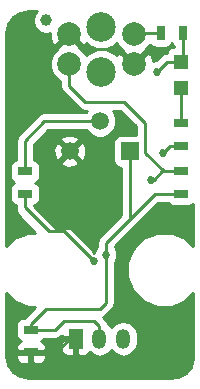
<source format=gtl>
%TF.GenerationSoftware,KiCad,Pcbnew,4.0.7-e2-6376~58~ubuntu16.04.1*%
%TF.CreationDate,2018-01-20T15:43:28+01:00*%
%TF.ProjectId,Modulo IR,4D6F64756C6F2049522E6B696361645F,1.0*%
%TF.FileFunction,Copper,L1,Top,Signal*%
%FSLAX46Y46*%
G04 Gerber Fmt 4.6, Leading zero omitted, Abs format (unit mm)*
G04 Created by KiCad (PCBNEW 4.0.7-e2-6376~58~ubuntu16.04.1) date Sat Jan 20 15:43:28 2018*
%MOMM*%
%LPD*%
G01*
G04 APERTURE LIST*
%ADD10C,0.100000*%
%ADD11C,1.510000*%
%ADD12R,1.510000X1.510000*%
%ADD13R,1.300000X0.700000*%
%ADD14R,1.200000X1.700000*%
%ADD15O,1.200000X1.700000*%
%ADD16C,2.000000*%
%ADD17C,2.500000*%
%ADD18C,1.000000*%
%ADD19R,0.700000X1.300000*%
%ADD20R,1.200000X1.200000*%
%ADD21C,0.685800*%
%ADD22C,0.254000*%
G04 APERTURE END LIST*
D10*
D11*
X7112000Y-13589000D03*
D12*
X12192000Y-13589000D03*
D11*
X9652000Y-11049000D03*
D13*
X16510000Y-17206000D03*
X16510000Y-15306000D03*
D14*
X7620000Y-29464000D03*
D15*
X9620000Y-29464000D03*
X11620000Y-29464000D03*
D13*
X16510000Y-11242000D03*
X16510000Y-13142000D03*
X3302000Y-15306000D03*
X3302000Y-17206000D03*
X3810000Y-28704500D03*
X3810000Y-30604500D03*
D16*
X7029000Y-6223000D03*
X12529000Y-6223000D03*
X7029000Y-3683000D03*
X12529000Y-3683000D03*
D17*
X9779000Y-3053000D03*
X9779000Y-6853000D03*
D18*
X5129000Y-2503000D03*
D19*
X16698000Y-3556000D03*
X14798000Y-3556000D03*
D20*
X16510000Y-6012000D03*
X16510000Y-8212000D03*
D21*
X14478000Y-6858000D03*
X10160000Y-22352000D03*
X9144000Y-22860000D03*
X13970000Y-16002000D03*
X14986000Y-13716000D03*
D22*
X16510000Y-6012000D02*
X15324000Y-6012000D01*
X15324000Y-6012000D02*
X14478000Y-6858000D01*
X16510000Y-17206000D02*
X14290000Y-17206000D01*
X14290000Y-17206000D02*
X11938000Y-19558000D01*
X12192000Y-13589000D02*
X12319000Y-13589000D01*
X16698000Y-3556000D02*
X16698000Y-5824000D01*
X16698000Y-5824000D02*
X16510000Y-6012000D01*
X10160000Y-22352000D02*
X10160000Y-21336000D01*
X12192000Y-19304000D02*
X12192000Y-13589000D01*
X11938000Y-19558000D02*
X12192000Y-19304000D01*
X10160000Y-21336000D02*
X11938000Y-19558000D01*
X3810000Y-28704500D02*
X3810000Y-28194000D01*
X10160000Y-26416000D02*
X10160000Y-22352000D01*
X9652000Y-26924000D02*
X10160000Y-26416000D01*
X5080000Y-26924000D02*
X9652000Y-26924000D01*
X3810000Y-28194000D02*
X5080000Y-26924000D01*
X3810000Y-28704500D02*
X5839500Y-28704500D01*
X9620000Y-28416000D02*
X9620000Y-29464000D01*
X9144000Y-27940000D02*
X9620000Y-28416000D01*
X6604000Y-27940000D02*
X9144000Y-27940000D01*
X5839500Y-28704500D02*
X6604000Y-27940000D01*
X3810000Y-30604500D02*
X5971500Y-30604500D01*
X5971500Y-30604500D02*
X7112000Y-29464000D01*
X7112000Y-29464000D02*
X7620000Y-29464000D01*
X3302000Y-17206000D02*
X3302000Y-18288000D01*
X6604000Y-20320000D02*
X9144000Y-22860000D01*
X5334000Y-20320000D02*
X6604000Y-20320000D01*
X3302000Y-18288000D02*
X5334000Y-20320000D01*
X16510000Y-15306000D02*
X14920000Y-15306000D01*
X14224000Y-16002000D02*
X13970000Y-16002000D01*
X14920000Y-15306000D02*
X14224000Y-16002000D01*
X16510000Y-15306000D02*
X15052000Y-15306000D01*
X7029000Y-8045000D02*
X7029000Y-6223000D01*
X8382000Y-9398000D02*
X7029000Y-8045000D01*
X11684000Y-9398000D02*
X8382000Y-9398000D01*
X13462000Y-11176000D02*
X11684000Y-9398000D01*
X13462000Y-13716000D02*
X13462000Y-11176000D01*
X15052000Y-15306000D02*
X13462000Y-13716000D01*
X15560000Y-13142000D02*
X16510000Y-13142000D01*
X14986000Y-13716000D02*
X15560000Y-13142000D01*
X16510000Y-8212000D02*
X16510000Y-11242000D01*
X3302000Y-15306000D02*
X3302000Y-12700000D01*
X4953000Y-11049000D02*
X9652000Y-11049000D01*
X3302000Y-12700000D02*
X4953000Y-11049000D01*
X9591000Y-10988000D02*
X9652000Y-11049000D01*
X14798000Y-3556000D02*
X12656000Y-3556000D01*
X12656000Y-3556000D02*
X12529000Y-3683000D01*
G36*
X15395910Y-18007441D02*
X15608110Y-18152431D01*
X15860000Y-18203440D01*
X17160000Y-18203440D01*
X17395317Y-18159162D01*
X17578000Y-18041609D01*
X17578000Y-21653873D01*
X16891153Y-20965826D01*
X15739326Y-20487546D01*
X14492146Y-20486457D01*
X13339485Y-20962727D01*
X12456826Y-21843847D01*
X11978546Y-22995674D01*
X11977457Y-24242854D01*
X12453727Y-25395515D01*
X13334847Y-26278174D01*
X14486674Y-26756454D01*
X15733854Y-26757543D01*
X16886515Y-26281273D01*
X17578000Y-25590994D01*
X17578000Y-31136138D01*
X17359531Y-31852478D01*
X16906038Y-32403382D01*
X16276246Y-32738805D01*
X15459656Y-32818000D01*
X3625931Y-32818000D01*
X2861011Y-32665848D01*
X2271830Y-32272170D01*
X1878152Y-31682989D01*
X1726000Y-30918069D01*
X1726000Y-30890250D01*
X2525000Y-30890250D01*
X2525000Y-31080809D01*
X2621673Y-31314198D01*
X2800301Y-31492827D01*
X3033690Y-31589500D01*
X3524250Y-31589500D01*
X3683000Y-31430750D01*
X3683000Y-30731500D01*
X3937000Y-30731500D01*
X3937000Y-31430750D01*
X4095750Y-31589500D01*
X4586310Y-31589500D01*
X4819699Y-31492827D01*
X4998327Y-31314198D01*
X5095000Y-31080809D01*
X5095000Y-30890250D01*
X4936250Y-30731500D01*
X3937000Y-30731500D01*
X3683000Y-30731500D01*
X2683750Y-30731500D01*
X2525000Y-30890250D01*
X1726000Y-30890250D01*
X1726000Y-25590127D01*
X2412847Y-26278174D01*
X3564674Y-26756454D01*
X4169387Y-26756982D01*
X3271185Y-27655185D01*
X3236523Y-27707060D01*
X3160000Y-27707060D01*
X2924683Y-27751338D01*
X2708559Y-27890410D01*
X2563569Y-28102610D01*
X2512560Y-28354500D01*
X2512560Y-29054500D01*
X2556838Y-29289817D01*
X2695910Y-29505941D01*
X2908110Y-29650931D01*
X2941490Y-29657691D01*
X2800301Y-29716173D01*
X2621673Y-29894802D01*
X2525000Y-30128191D01*
X2525000Y-30318750D01*
X2683750Y-30477500D01*
X3683000Y-30477500D01*
X3683000Y-30457500D01*
X3937000Y-30457500D01*
X3937000Y-30477500D01*
X4936250Y-30477500D01*
X5095000Y-30318750D01*
X5095000Y-30128191D01*
X4998327Y-29894802D01*
X4853276Y-29749750D01*
X6385000Y-29749750D01*
X6385000Y-30440310D01*
X6481673Y-30673699D01*
X6660302Y-30852327D01*
X6893691Y-30949000D01*
X7334250Y-30949000D01*
X7493000Y-30790250D01*
X7493000Y-29591000D01*
X6543750Y-29591000D01*
X6385000Y-29749750D01*
X4853276Y-29749750D01*
X4819699Y-29716173D01*
X4683713Y-29659846D01*
X4695317Y-29657662D01*
X4911441Y-29518590D01*
X4947033Y-29466500D01*
X5839500Y-29466500D01*
X6131105Y-29408496D01*
X6378315Y-29243315D01*
X6414190Y-29207440D01*
X6543750Y-29337000D01*
X7493000Y-29337000D01*
X7493000Y-29317000D01*
X7747000Y-29317000D01*
X7747000Y-29337000D01*
X7767000Y-29337000D01*
X7767000Y-29591000D01*
X7747000Y-29591000D01*
X7747000Y-30790250D01*
X7905750Y-30949000D01*
X8346309Y-30949000D01*
X8579698Y-30852327D01*
X8758327Y-30673699D01*
X8774410Y-30634870D01*
X9147386Y-30884084D01*
X9620000Y-30978093D01*
X10092614Y-30884084D01*
X10493277Y-30616370D01*
X10620000Y-30426715D01*
X10746723Y-30616370D01*
X11147386Y-30884084D01*
X11620000Y-30978093D01*
X12092614Y-30884084D01*
X12493277Y-30616370D01*
X12760991Y-30215707D01*
X12855000Y-29743093D01*
X12855000Y-29184907D01*
X12760991Y-28712293D01*
X12493277Y-28311630D01*
X12092614Y-28043916D01*
X11620000Y-27949907D01*
X11147386Y-28043916D01*
X10746723Y-28311630D01*
X10620000Y-28501285D01*
X10493277Y-28311630D01*
X10341001Y-28209882D01*
X10323996Y-28124395D01*
X10257834Y-28025377D01*
X10158816Y-27877185D01*
X9915264Y-27633633D01*
X9943605Y-27627996D01*
X10190815Y-27462815D01*
X10698815Y-26954816D01*
X10863996Y-26707605D01*
X10878956Y-26632395D01*
X10922000Y-26416000D01*
X10922000Y-22973083D01*
X10988540Y-22906659D01*
X11137730Y-22547370D01*
X11138069Y-22158337D01*
X10989507Y-21798788D01*
X10922000Y-21731163D01*
X10922000Y-21651630D01*
X12476816Y-20096815D01*
X12476818Y-20096812D01*
X12565634Y-20007996D01*
X12730815Y-19842816D01*
X12730817Y-19842813D01*
X14605631Y-17968000D01*
X15370530Y-17968000D01*
X15395910Y-18007441D01*
X15395910Y-18007441D01*
G37*
X15395910Y-18007441D02*
X15608110Y-18152431D01*
X15860000Y-18203440D01*
X17160000Y-18203440D01*
X17395317Y-18159162D01*
X17578000Y-18041609D01*
X17578000Y-21653873D01*
X16891153Y-20965826D01*
X15739326Y-20487546D01*
X14492146Y-20486457D01*
X13339485Y-20962727D01*
X12456826Y-21843847D01*
X11978546Y-22995674D01*
X11977457Y-24242854D01*
X12453727Y-25395515D01*
X13334847Y-26278174D01*
X14486674Y-26756454D01*
X15733854Y-26757543D01*
X16886515Y-26281273D01*
X17578000Y-25590994D01*
X17578000Y-31136138D01*
X17359531Y-31852478D01*
X16906038Y-32403382D01*
X16276246Y-32738805D01*
X15459656Y-32818000D01*
X3625931Y-32818000D01*
X2861011Y-32665848D01*
X2271830Y-32272170D01*
X1878152Y-31682989D01*
X1726000Y-30918069D01*
X1726000Y-30890250D01*
X2525000Y-30890250D01*
X2525000Y-31080809D01*
X2621673Y-31314198D01*
X2800301Y-31492827D01*
X3033690Y-31589500D01*
X3524250Y-31589500D01*
X3683000Y-31430750D01*
X3683000Y-30731500D01*
X3937000Y-30731500D01*
X3937000Y-31430750D01*
X4095750Y-31589500D01*
X4586310Y-31589500D01*
X4819699Y-31492827D01*
X4998327Y-31314198D01*
X5095000Y-31080809D01*
X5095000Y-30890250D01*
X4936250Y-30731500D01*
X3937000Y-30731500D01*
X3683000Y-30731500D01*
X2683750Y-30731500D01*
X2525000Y-30890250D01*
X1726000Y-30890250D01*
X1726000Y-25590127D01*
X2412847Y-26278174D01*
X3564674Y-26756454D01*
X4169387Y-26756982D01*
X3271185Y-27655185D01*
X3236523Y-27707060D01*
X3160000Y-27707060D01*
X2924683Y-27751338D01*
X2708559Y-27890410D01*
X2563569Y-28102610D01*
X2512560Y-28354500D01*
X2512560Y-29054500D01*
X2556838Y-29289817D01*
X2695910Y-29505941D01*
X2908110Y-29650931D01*
X2941490Y-29657691D01*
X2800301Y-29716173D01*
X2621673Y-29894802D01*
X2525000Y-30128191D01*
X2525000Y-30318750D01*
X2683750Y-30477500D01*
X3683000Y-30477500D01*
X3683000Y-30457500D01*
X3937000Y-30457500D01*
X3937000Y-30477500D01*
X4936250Y-30477500D01*
X5095000Y-30318750D01*
X5095000Y-30128191D01*
X4998327Y-29894802D01*
X4853276Y-29749750D01*
X6385000Y-29749750D01*
X6385000Y-30440310D01*
X6481673Y-30673699D01*
X6660302Y-30852327D01*
X6893691Y-30949000D01*
X7334250Y-30949000D01*
X7493000Y-30790250D01*
X7493000Y-29591000D01*
X6543750Y-29591000D01*
X6385000Y-29749750D01*
X4853276Y-29749750D01*
X4819699Y-29716173D01*
X4683713Y-29659846D01*
X4695317Y-29657662D01*
X4911441Y-29518590D01*
X4947033Y-29466500D01*
X5839500Y-29466500D01*
X6131105Y-29408496D01*
X6378315Y-29243315D01*
X6414190Y-29207440D01*
X6543750Y-29337000D01*
X7493000Y-29337000D01*
X7493000Y-29317000D01*
X7747000Y-29317000D01*
X7747000Y-29337000D01*
X7767000Y-29337000D01*
X7767000Y-29591000D01*
X7747000Y-29591000D01*
X7747000Y-30790250D01*
X7905750Y-30949000D01*
X8346309Y-30949000D01*
X8579698Y-30852327D01*
X8758327Y-30673699D01*
X8774410Y-30634870D01*
X9147386Y-30884084D01*
X9620000Y-30978093D01*
X10092614Y-30884084D01*
X10493277Y-30616370D01*
X10620000Y-30426715D01*
X10746723Y-30616370D01*
X11147386Y-30884084D01*
X11620000Y-30978093D01*
X12092614Y-30884084D01*
X12493277Y-30616370D01*
X12760991Y-30215707D01*
X12855000Y-29743093D01*
X12855000Y-29184907D01*
X12760991Y-28712293D01*
X12493277Y-28311630D01*
X12092614Y-28043916D01*
X11620000Y-27949907D01*
X11147386Y-28043916D01*
X10746723Y-28311630D01*
X10620000Y-28501285D01*
X10493277Y-28311630D01*
X10341001Y-28209882D01*
X10323996Y-28124395D01*
X10257834Y-28025377D01*
X10158816Y-27877185D01*
X9915264Y-27633633D01*
X9943605Y-27627996D01*
X10190815Y-27462815D01*
X10698815Y-26954816D01*
X10863996Y-26707605D01*
X10878956Y-26632395D01*
X10922000Y-26416000D01*
X10922000Y-22973083D01*
X10988540Y-22906659D01*
X11137730Y-22547370D01*
X11138069Y-22158337D01*
X10989507Y-21798788D01*
X10922000Y-21731163D01*
X10922000Y-21651630D01*
X12476816Y-20096815D01*
X12476818Y-20096812D01*
X12565634Y-20007996D01*
X12730815Y-19842816D01*
X12730817Y-19842813D01*
X14605631Y-17968000D01*
X15370530Y-17968000D01*
X15395910Y-18007441D01*
G36*
X12700000Y-11491631D02*
X12700000Y-12186560D01*
X11437000Y-12186560D01*
X11201683Y-12230838D01*
X10985559Y-12369910D01*
X10840569Y-12582110D01*
X10789560Y-12834000D01*
X10789560Y-14344000D01*
X10833838Y-14579317D01*
X10972910Y-14795441D01*
X11185110Y-14940431D01*
X11430000Y-14990022D01*
X11430000Y-18988370D01*
X11399188Y-19019182D01*
X11399185Y-19019184D01*
X9621185Y-20797185D01*
X9456004Y-21044395D01*
X9398000Y-21336000D01*
X9398000Y-21730917D01*
X9331460Y-21797341D01*
X9182270Y-22156630D01*
X9182253Y-22176499D01*
X9102504Y-22143385D01*
X9085996Y-22060395D01*
X9072366Y-22039996D01*
X8920815Y-21813184D01*
X7396815Y-20289185D01*
X7356124Y-20261996D01*
X7149605Y-20124004D01*
X6858000Y-20066000D01*
X5903631Y-20066000D01*
X4064000Y-18226370D01*
X4064000Y-18182366D01*
X4187317Y-18159162D01*
X4403441Y-18020090D01*
X4548431Y-17807890D01*
X4599440Y-17556000D01*
X4599440Y-16856000D01*
X4555162Y-16620683D01*
X4416090Y-16404559D01*
X4203890Y-16259569D01*
X4190803Y-16256919D01*
X4403441Y-16120090D01*
X4548431Y-15907890D01*
X4599440Y-15656000D01*
X4599440Y-14956000D01*
X4555162Y-14720683D01*
X4454430Y-14564141D01*
X6316465Y-14564141D01*
X6385068Y-14805601D01*
X6905976Y-14991177D01*
X7458249Y-14963285D01*
X7838932Y-14805601D01*
X7907535Y-14564141D01*
X7112000Y-13768605D01*
X6316465Y-14564141D01*
X4454430Y-14564141D01*
X4416090Y-14504559D01*
X4203890Y-14359569D01*
X4064000Y-14331241D01*
X4064000Y-13382976D01*
X5709823Y-13382976D01*
X5737715Y-13935249D01*
X5895399Y-14315932D01*
X6136859Y-14384535D01*
X6932395Y-13589000D01*
X7291605Y-13589000D01*
X8087141Y-14384535D01*
X8328601Y-14315932D01*
X8514177Y-13795024D01*
X8486285Y-13242751D01*
X8328601Y-12862068D01*
X8087141Y-12793465D01*
X7291605Y-13589000D01*
X6932395Y-13589000D01*
X6136859Y-12793465D01*
X5895399Y-12862068D01*
X5709823Y-13382976D01*
X4064000Y-13382976D01*
X4064000Y-13015630D01*
X4465771Y-12613859D01*
X6316465Y-12613859D01*
X7112000Y-13409395D01*
X7907535Y-12613859D01*
X7838932Y-12372399D01*
X7318024Y-12186823D01*
X6765751Y-12214715D01*
X6385068Y-12372399D01*
X6316465Y-12613859D01*
X4465771Y-12613859D01*
X5268631Y-11811000D01*
X8462870Y-11811000D01*
X8472928Y-11835343D01*
X8863600Y-12226698D01*
X9374299Y-12438758D01*
X9927275Y-12439241D01*
X10438343Y-12228072D01*
X10829698Y-11837400D01*
X11041758Y-11326701D01*
X11042241Y-10773725D01*
X10831072Y-10262657D01*
X10728594Y-10160000D01*
X11368370Y-10160000D01*
X12700000Y-11491631D01*
X12700000Y-11491631D01*
G37*
X12700000Y-11491631D02*
X12700000Y-12186560D01*
X11437000Y-12186560D01*
X11201683Y-12230838D01*
X10985559Y-12369910D01*
X10840569Y-12582110D01*
X10789560Y-12834000D01*
X10789560Y-14344000D01*
X10833838Y-14579317D01*
X10972910Y-14795441D01*
X11185110Y-14940431D01*
X11430000Y-14990022D01*
X11430000Y-18988370D01*
X11399188Y-19019182D01*
X11399185Y-19019184D01*
X9621185Y-20797185D01*
X9456004Y-21044395D01*
X9398000Y-21336000D01*
X9398000Y-21730917D01*
X9331460Y-21797341D01*
X9182270Y-22156630D01*
X9182253Y-22176499D01*
X9102504Y-22143385D01*
X9085996Y-22060395D01*
X9072366Y-22039996D01*
X8920815Y-21813184D01*
X7396815Y-20289185D01*
X7356124Y-20261996D01*
X7149605Y-20124004D01*
X6858000Y-20066000D01*
X5903631Y-20066000D01*
X4064000Y-18226370D01*
X4064000Y-18182366D01*
X4187317Y-18159162D01*
X4403441Y-18020090D01*
X4548431Y-17807890D01*
X4599440Y-17556000D01*
X4599440Y-16856000D01*
X4555162Y-16620683D01*
X4416090Y-16404559D01*
X4203890Y-16259569D01*
X4190803Y-16256919D01*
X4403441Y-16120090D01*
X4548431Y-15907890D01*
X4599440Y-15656000D01*
X4599440Y-14956000D01*
X4555162Y-14720683D01*
X4454430Y-14564141D01*
X6316465Y-14564141D01*
X6385068Y-14805601D01*
X6905976Y-14991177D01*
X7458249Y-14963285D01*
X7838932Y-14805601D01*
X7907535Y-14564141D01*
X7112000Y-13768605D01*
X6316465Y-14564141D01*
X4454430Y-14564141D01*
X4416090Y-14504559D01*
X4203890Y-14359569D01*
X4064000Y-14331241D01*
X4064000Y-13382976D01*
X5709823Y-13382976D01*
X5737715Y-13935249D01*
X5895399Y-14315932D01*
X6136859Y-14384535D01*
X6932395Y-13589000D01*
X7291605Y-13589000D01*
X8087141Y-14384535D01*
X8328601Y-14315932D01*
X8514177Y-13795024D01*
X8486285Y-13242751D01*
X8328601Y-12862068D01*
X8087141Y-12793465D01*
X7291605Y-13589000D01*
X6932395Y-13589000D01*
X6136859Y-12793465D01*
X5895399Y-12862068D01*
X5709823Y-13382976D01*
X4064000Y-13382976D01*
X4064000Y-13015630D01*
X4465771Y-12613859D01*
X6316465Y-12613859D01*
X7112000Y-13409395D01*
X7907535Y-12613859D01*
X7838932Y-12372399D01*
X7318024Y-12186823D01*
X6765751Y-12214715D01*
X6385068Y-12372399D01*
X6316465Y-12613859D01*
X4465771Y-12613859D01*
X5268631Y-11811000D01*
X8462870Y-11811000D01*
X8472928Y-11835343D01*
X8863600Y-12226698D01*
X9374299Y-12438758D01*
X9927275Y-12439241D01*
X10438343Y-12228072D01*
X10829698Y-11837400D01*
X11041758Y-11326701D01*
X11042241Y-10773725D01*
X10831072Y-10262657D01*
X10728594Y-10160000D01*
X11368370Y-10160000D01*
X12700000Y-11491631D01*
G36*
X4167355Y-1859235D02*
X3994197Y-2276244D01*
X3993803Y-2727775D01*
X4166233Y-3145086D01*
X4485235Y-3464645D01*
X4902244Y-3637803D01*
X5353775Y-3638197D01*
X5390659Y-3622957D01*
X5407144Y-4068460D01*
X5609613Y-4557264D01*
X5876468Y-4655927D01*
X6849395Y-3683000D01*
X6835253Y-3668858D01*
X7014858Y-3489253D01*
X7029000Y-3503395D01*
X7043143Y-3489253D01*
X7222748Y-3668858D01*
X7208605Y-3683000D01*
X8181532Y-4655927D01*
X8448387Y-4557264D01*
X8494165Y-4434043D01*
X8709839Y-4650093D01*
X9402405Y-4937672D01*
X10152305Y-4938326D01*
X10845372Y-4651957D01*
X11068329Y-4429389D01*
X11142106Y-4607943D01*
X11568978Y-5035562D01*
X11556073Y-5070468D01*
X12529000Y-6043395D01*
X13501927Y-5070468D01*
X13488836Y-5035062D01*
X13914278Y-4610363D01*
X13929707Y-4573207D01*
X13983910Y-4657441D01*
X14196110Y-4802431D01*
X14448000Y-4853440D01*
X15148000Y-4853440D01*
X15383317Y-4809162D01*
X15599441Y-4670090D01*
X15744431Y-4457890D01*
X15747081Y-4444803D01*
X15883910Y-4657441D01*
X15936000Y-4693033D01*
X15936000Y-4764560D01*
X15910000Y-4764560D01*
X15674683Y-4808838D01*
X15458559Y-4947910D01*
X15313569Y-5160110D01*
X15294164Y-5255935D01*
X15032395Y-5308004D01*
X14933377Y-5374166D01*
X14785185Y-5473184D01*
X14378357Y-5880013D01*
X14284337Y-5879931D01*
X14154411Y-5933615D01*
X14150856Y-5837540D01*
X13948387Y-5348736D01*
X13681532Y-5250073D01*
X12708605Y-6223000D01*
X12722748Y-6237143D01*
X12543143Y-6416748D01*
X12529000Y-6402605D01*
X12514858Y-6416748D01*
X12335253Y-6237143D01*
X12349395Y-6223000D01*
X11376468Y-5250073D01*
X11109613Y-5348736D01*
X11063835Y-5471957D01*
X10848161Y-5255907D01*
X10155595Y-4968328D01*
X9405695Y-4967674D01*
X8712628Y-5254043D01*
X8489671Y-5476611D01*
X8415894Y-5298057D01*
X7989022Y-4870438D01*
X8001927Y-4835532D01*
X7029000Y-3862605D01*
X6056073Y-4835532D01*
X6069164Y-4870938D01*
X5643722Y-5295637D01*
X5394284Y-5896352D01*
X5393716Y-6546795D01*
X5642106Y-7147943D01*
X6101637Y-7608278D01*
X6267000Y-7676943D01*
X6267000Y-8045000D01*
X6325004Y-8336605D01*
X6400835Y-8450093D01*
X6490185Y-8583815D01*
X7843185Y-9936815D01*
X8090395Y-10101996D01*
X8382000Y-10160000D01*
X8575078Y-10160000D01*
X8474302Y-10260600D01*
X8463340Y-10287000D01*
X4953000Y-10287000D01*
X4661396Y-10345003D01*
X4414185Y-10510184D01*
X2763185Y-12161185D01*
X2598004Y-12408395D01*
X2540000Y-12700000D01*
X2540000Y-14329634D01*
X2416683Y-14352838D01*
X2200559Y-14491910D01*
X2055569Y-14704110D01*
X2004560Y-14956000D01*
X2004560Y-15656000D01*
X2048838Y-15891317D01*
X2187910Y-16107441D01*
X2400110Y-16252431D01*
X2413197Y-16255081D01*
X2200559Y-16391910D01*
X2055569Y-16604110D01*
X2004560Y-16856000D01*
X2004560Y-17556000D01*
X2048838Y-17791317D01*
X2187910Y-18007441D01*
X2400110Y-18152431D01*
X2540000Y-18180759D01*
X2540000Y-18542000D01*
X2598004Y-18833605D01*
X2722005Y-19019185D01*
X2763185Y-19080815D01*
X4169350Y-20486980D01*
X3570146Y-20486457D01*
X2417485Y-20962727D01*
X1726000Y-21653006D01*
X1726000Y-3625931D01*
X1878152Y-2861011D01*
X2271830Y-2271830D01*
X2861011Y-1878152D01*
X3625931Y-1726000D01*
X4300823Y-1726000D01*
X4167355Y-1859235D01*
X4167355Y-1859235D01*
G37*
X4167355Y-1859235D02*
X3994197Y-2276244D01*
X3993803Y-2727775D01*
X4166233Y-3145086D01*
X4485235Y-3464645D01*
X4902244Y-3637803D01*
X5353775Y-3638197D01*
X5390659Y-3622957D01*
X5407144Y-4068460D01*
X5609613Y-4557264D01*
X5876468Y-4655927D01*
X6849395Y-3683000D01*
X6835253Y-3668858D01*
X7014858Y-3489253D01*
X7029000Y-3503395D01*
X7043143Y-3489253D01*
X7222748Y-3668858D01*
X7208605Y-3683000D01*
X8181532Y-4655927D01*
X8448387Y-4557264D01*
X8494165Y-4434043D01*
X8709839Y-4650093D01*
X9402405Y-4937672D01*
X10152305Y-4938326D01*
X10845372Y-4651957D01*
X11068329Y-4429389D01*
X11142106Y-4607943D01*
X11568978Y-5035562D01*
X11556073Y-5070468D01*
X12529000Y-6043395D01*
X13501927Y-5070468D01*
X13488836Y-5035062D01*
X13914278Y-4610363D01*
X13929707Y-4573207D01*
X13983910Y-4657441D01*
X14196110Y-4802431D01*
X14448000Y-4853440D01*
X15148000Y-4853440D01*
X15383317Y-4809162D01*
X15599441Y-4670090D01*
X15744431Y-4457890D01*
X15747081Y-4444803D01*
X15883910Y-4657441D01*
X15936000Y-4693033D01*
X15936000Y-4764560D01*
X15910000Y-4764560D01*
X15674683Y-4808838D01*
X15458559Y-4947910D01*
X15313569Y-5160110D01*
X15294164Y-5255935D01*
X15032395Y-5308004D01*
X14933377Y-5374166D01*
X14785185Y-5473184D01*
X14378357Y-5880013D01*
X14284337Y-5879931D01*
X14154411Y-5933615D01*
X14150856Y-5837540D01*
X13948387Y-5348736D01*
X13681532Y-5250073D01*
X12708605Y-6223000D01*
X12722748Y-6237143D01*
X12543143Y-6416748D01*
X12529000Y-6402605D01*
X12514858Y-6416748D01*
X12335253Y-6237143D01*
X12349395Y-6223000D01*
X11376468Y-5250073D01*
X11109613Y-5348736D01*
X11063835Y-5471957D01*
X10848161Y-5255907D01*
X10155595Y-4968328D01*
X9405695Y-4967674D01*
X8712628Y-5254043D01*
X8489671Y-5476611D01*
X8415894Y-5298057D01*
X7989022Y-4870438D01*
X8001927Y-4835532D01*
X7029000Y-3862605D01*
X6056073Y-4835532D01*
X6069164Y-4870938D01*
X5643722Y-5295637D01*
X5394284Y-5896352D01*
X5393716Y-6546795D01*
X5642106Y-7147943D01*
X6101637Y-7608278D01*
X6267000Y-7676943D01*
X6267000Y-8045000D01*
X6325004Y-8336605D01*
X6400835Y-8450093D01*
X6490185Y-8583815D01*
X7843185Y-9936815D01*
X8090395Y-10101996D01*
X8382000Y-10160000D01*
X8575078Y-10160000D01*
X8474302Y-10260600D01*
X8463340Y-10287000D01*
X4953000Y-10287000D01*
X4661396Y-10345003D01*
X4414185Y-10510184D01*
X2763185Y-12161185D01*
X2598004Y-12408395D01*
X2540000Y-12700000D01*
X2540000Y-14329634D01*
X2416683Y-14352838D01*
X2200559Y-14491910D01*
X2055569Y-14704110D01*
X2004560Y-14956000D01*
X2004560Y-15656000D01*
X2048838Y-15891317D01*
X2187910Y-16107441D01*
X2400110Y-16252431D01*
X2413197Y-16255081D01*
X2200559Y-16391910D01*
X2055569Y-16604110D01*
X2004560Y-16856000D01*
X2004560Y-17556000D01*
X2048838Y-17791317D01*
X2187910Y-18007441D01*
X2400110Y-18152431D01*
X2540000Y-18180759D01*
X2540000Y-18542000D01*
X2598004Y-18833605D01*
X2722005Y-19019185D01*
X2763185Y-19080815D01*
X4169350Y-20486980D01*
X3570146Y-20486457D01*
X2417485Y-20962727D01*
X1726000Y-21653006D01*
X1726000Y-3625931D01*
X1878152Y-2861011D01*
X2271830Y-2271830D01*
X2861011Y-1878152D01*
X3625931Y-1726000D01*
X4300823Y-1726000D01*
X4167355Y-1859235D01*
M02*

</source>
